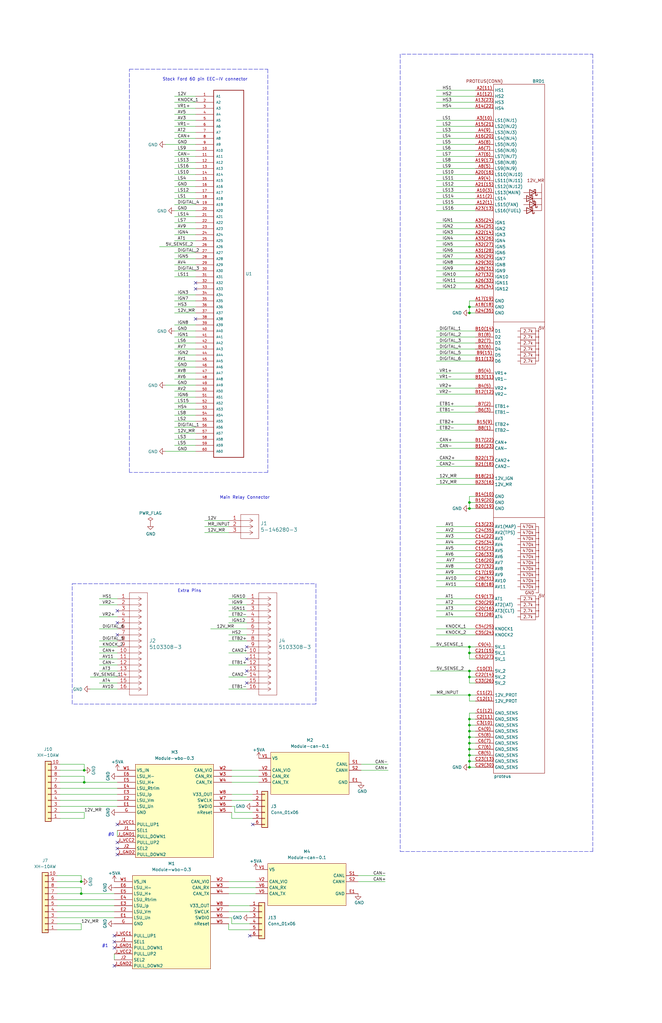
<source format=kicad_sch>
(kicad_sch (version 20211123) (generator eeschema)
  (paper "B" portrait)
  (title_block (title "Breakout_60pin_EEC-IV") (date "2020-06-01") (rev "R0.1") (company "rusEFI.com") (comment 1 "DAECU"))
  (lib_symbols
    (symbol "2021-01-05_17-15-10:5103308-3" (pin_names (offset 0.254) hide)
      (property "Reference" "J" (at 8.89 6.35 0))
      (property "Value" "2021-01-05_17-15-10_5103308-3" (at 10.16 -20.32 0))
      (symbol "5103308-3_1_1"
        (pin bidirectional line (at 0 0 0) (length 5.08) (name "1") (number "1"))
        (pin bidirectional line (at 0 -22.86 0) (length 5.08) (name "10") (number "10"))
        (pin bidirectional line (at 0 -25.4 0) (length 5.08) (name "11") (number "11"))
        (pin bidirectional line (at 0 -27.94 0) (length 5.08) (name "12") (number "12"))
        (pin bidirectional line (at 0 -30.48 0) (length 5.08) (name "13") (number "13"))
        (pin bidirectional line (at 0 -33.02 0) (length 5.08) (name "14") (number "14"))
        (pin bidirectional line (at 0 -35.56 0) (length 5.08) (name "15") (number "15"))
        (pin bidirectional line (at 0 -38.1 0) (length 5.08) (name "16") (number "16"))
        (pin bidirectional line (at 0 -2.54 0) (length 5.08) (name "2") (number "2"))
        (pin bidirectional line (at 0 -5.08 0) (length 5.08) (name "3") (number "3"))
        (pin bidirectional line (at 0 -7.62 0) (length 5.08) (name "4") (number "4"))
        (pin bidirectional line (at 0 -10.16 0) (length 5.08) (name "5") (number "5"))
        (pin bidirectional line (at 0 -12.7 0) (length 5.08) (name "6") (number "6"))
        (pin bidirectional line (at 0 -15.24 0) (length 5.08) (name "7") (number "7"))
        (pin bidirectional line (at 0 -17.78 0) (length 5.08) (name "8") (number "8"))
        (pin bidirectional line (at 0 -20.32 0) (length 5.08) (name "9") (number "9"))
      )
    )
    (symbol "5-146280-3:5-146280-3" (pin_names (offset 0.254) hide)
      (property "Reference" "J" (at 8.89 6.35 0))
      (property "Value" "5-146280-3_5-146280-3" (at 10.16 -2.54 0))
      (symbol "5-146280-3_1_1"
        (pin unspecified line (at 0 0 0) (length 5.08) (name "1") (number "1"))
        (pin unspecified line (at 0 -2.54 0) (length 5.08) (name "2") (number "2"))
        (pin unspecified line (at 0 -5.08 0) (length 5.08) (name "3") (number "3"))
      )
    )
    (symbol "Connector_Generic:Conn_01x06" (pin_names (offset 1.016) hide)
      (property "Reference" "J" (at 0 7.62 0))
      (property "Value" "Conn_01x06" (at 0 -10.16 0))
      (symbol "Conn_01x06_1_1"
        (pin passive line (at -5.08 5.08 0) (length 3.81) (name "Pin_1") (number "1"))
        (pin passive line (at -5.08 2.54 0) (length 3.81) (name "Pin_2") (number "2"))
        (pin passive line (at -5.08 0 0) (length 3.81) (name "Pin_3") (number "3"))
        (pin passive line (at -5.08 -2.54 0) (length 3.81) (name "Pin_4") (number "4"))
        (pin passive line (at -5.08 -5.08 0) (length 3.81) (name "Pin_5") (number "5"))
        (pin passive line (at -5.08 -7.62 0) (length 3.81) (name "Pin_6") (number "6"))
      )
    )
    (symbol "Connector_Generic:Conn_01x10" (pin_names (offset 1.016) hide)
      (property "Reference" "J" (at 0 12.7 0))
      (property "Value" "Conn_01x10" (at 0 -15.24 0))
      (symbol "Conn_01x10_1_1"
        (pin passive line (at -5.08 10.16 0) (length 3.81) (name "Pin_1") (number "1"))
        (pin passive line (at -5.08 -12.7 0) (length 3.81) (name "Pin_10") (number "10"))
        (pin passive line (at -5.08 7.62 0) (length 3.81) (name "Pin_2") (number "2"))
        (pin passive line (at -5.08 5.08 0) (length 3.81) (name "Pin_3") (number "3"))
        (pin passive line (at -5.08 2.54 0) (length 3.81) (name "Pin_4") (number "4"))
        (pin passive line (at -5.08 0 0) (length 3.81) (name "Pin_5") (number "5"))
        (pin passive line (at -5.08 -2.54 0) (length 3.81) (name "Pin_6") (number "6"))
        (pin passive line (at -5.08 -5.08 0) (length 3.81) (name "Pin_7") (number "7"))
        (pin passive line (at -5.08 -7.62 0) (length 3.81) (name "Pin_8") (number "8"))
        (pin passive line (at -5.08 -10.16 0) (length 3.81) (name "Pin_9") (number "9"))
      )
    )
    (symbol "FORD60PIN:FORD60PIN" (pin_names (offset 1.016))
      (property "Reference" "U" (at 7.62 66.294 0))
      (symbol "FORD60PIN_0_0"
        (pin bidirectional line (at 0 63.5 0) (length 7.62) (name "A1") (number "1"))
        (pin bidirectional line (at 0 40.64 0) (length 7.62) (name "A10") (number "10"))
        (pin bidirectional line (at 0 38.1 0) (length 7.62) (name "A11") (number "11"))
        (pin bidirectional line (at 0 35.56 0) (length 7.62) (name "A12") (number "12"))
        (pin bidirectional line (at 0 33.02 0) (length 7.62) (name "A13") (number "13"))
        (pin bidirectional line (at 0 30.48 0) (length 7.62) (name "A14") (number "14"))
        (pin bidirectional line (at 0 27.94 0) (length 7.62) (name "A15") (number "15"))
        (pin bidirectional line (at 0 25.4 0) (length 7.62) (name "A16") (number "16"))
        (pin bidirectional line (at 0 22.86 0) (length 7.62) (name "A17") (number "17"))
        (pin bidirectional line (at 0 20.32 0) (length 7.62) (name "A18") (number "18"))
        (pin bidirectional line (at 0 17.78 0) (length 7.62) (name "A19") (number "19"))
        (pin bidirectional line (at 0 60.96 0) (length 7.62) (name "A2") (number "2"))
        (pin bidirectional line (at 0 15.24 0) (length 7.62) (name "A20") (number "20"))
        (pin bidirectional line (at 0 12.7 0) (length 7.62) (name "A21") (number "21"))
        (pin bidirectional line (at 0 10.16 0) (length 7.62) (name "A22") (number "22"))
        (pin bidirectional line (at 0 7.62 0) (length 7.62) (name "A23") (number "23"))
        (pin bidirectional line (at 0 5.08 0) (length 7.62) (name "A24") (number "24"))
        (pin bidirectional line (at 0 2.54 0) (length 7.62) (name "A25") (number "25"))
        (pin bidirectional line (at 0 0 0) (length 7.62) (name "A26") (number "26"))
        (pin bidirectional line (at 0 -2.54 0) (length 7.62) (name "A27") (number "27"))
        (pin bidirectional line (at 0 -5.08 0) (length 7.62) (name "A28") (number "28"))
        (pin bidirectional line (at 0 -7.62 0) (length 7.62) (name "A29") (number "29"))
        (pin bidirectional line (at 0 58.42 0) (length 7.62) (name "A3") (number "3"))
        (pin bidirectional line (at 0 -10.16 0) (length 7.62) (name "A30") (number "30"))
        (pin bidirectional line (at 0 -12.7 0) (length 7.62) (name "A31") (number "31"))
        (pin bidirectional line (at 0 -15.24 0) (length 7.62) (name "A32") (number "32"))
        (pin bidirectional line (at 0 -17.78 0) (length 7.62) (name "A33") (number "33"))
        (pin bidirectional line (at 0 -20.32 0) (length 7.62) (name "A34") (number "34"))
        (pin bidirectional line (at 0 -22.86 0) (length 7.62) (name "A35") (number "35"))
        (pin bidirectional line (at 0 -25.4 0) (length 7.62) (name "A36") (number "36"))
        (pin bidirectional line (at 0 -27.94 0) (length 7.62) (name "A37") (number "37"))
        (pin bidirectional line (at 0 -30.48 0) (length 7.62) (name "A38") (number "38"))
        (pin bidirectional line (at 0 -33.02 0) (length 7.62) (name "A39") (number "39"))
        (pin bidirectional line (at 0 55.88 0) (length 7.62) (name "A4") (number "4"))
        (pin bidirectional line (at 0 -35.56 0) (length 7.62) (name "A40") (number "40"))
        (pin bidirectional line (at 0 -38.1 0) (length 7.62) (name "A41") (number "41"))
        (pin bidirectional line (at 0 -40.64 0) (length 7.62) (name "A42") (number "42"))
        (pin bidirectional line (at 0 -43.18 0) (length 7.62) (name "A43") (number "43"))
        (pin bidirectional line (at 0 -45.72 0) (length 7.62) (name "A44") (number "44"))
        (pin bidirectional line (at 0 -48.26 0) (length 7.62) (name "A45") (number "45"))
        (pin bidirectional line (at 0 -50.8 0) (length 7.62) (name "A46") (number "46"))
        (pin bidirectional line (at 0 -53.34 0) (length 7.62) (name "A47") (number "47"))
        (pin bidirectional line (at 0 -55.88 0) (length 7.62) (name "A48") (number "48"))
        (pin bidirectional line (at 0 -58.42 0) (length 7.62) (name "A49") (number "49"))
        (pin bidirectional line (at 0 53.34 0) (length 7.62) (name "A5") (number "5"))
        (pin bidirectional line (at 0 -60.96 0) (length 7.62) (name "A50") (number "50"))
        (pin bidirectional line (at 0 -63.5 0) (length 7.62) (name "A51") (number "51"))
        (pin bidirectional line (at 0 -66.04 0) (length 7.62) (name "A52") (number "52"))
        (pin bidirectional line (at 0 -68.58 0) (length 7.62) (name "A53") (number "53"))
        (pin bidirectional line (at 0 -71.12 0) (length 7.62) (name "A54") (number "54"))
        (pin bidirectional line (at 0 -73.66 0) (length 7.62) (name "A55") (number "55"))
        (pin bidirectional line (at 0 -76.2 0) (length 7.62) (name "A56") (number "56"))
        (pin bidirectional line (at 0 -78.74 0) (length 7.62) (name "A57") (number "57"))
        (pin bidirectional line (at 0 -81.28 0) (length 7.62) (name "A58") (number "58"))
        (pin bidirectional line (at 0 -83.82 0) (length 7.62) (name "A59") (number "59"))
        (pin bidirectional line (at 0 50.8 0) (length 7.62) (name "A6") (number "6"))
        (pin bidirectional line (at 0 -86.36 0) (length 7.62) (name "A60") (number "60"))
        (pin bidirectional line (at 0 48.26 0) (length 7.62) (name "A7") (number "7"))
        (pin bidirectional line (at 0 45.72 0) (length 7.62) (name "A8") (number "8"))
        (pin bidirectional line (at 0 43.18 0) (length 7.62) (name "A9") (number "9"))
      )
    )
    (symbol "hellen-one-can-0.1:Module-can-0.1"
      (property "Reference" "M" (at 0 0 0))
      (property "Value" "Module-can-0.1" (at 0 0 0))
      (symbol "Module-can-0.1_1_0"
        (pin passive line (at 38.1 -12.7 180) (length 5.08) (name "GND") (number "E1"))
        (pin passive line (at 38.1 -5.08 180) (length 5.08) (name "CANL") (number "S1"))
        (pin passive line (at 38.1 -7.62 180) (length 5.08) (name "CANH") (number "S2"))
        (pin passive line (at -5.08 -2.54 0) (length 5.08) (name "V5") (number "V1"))
        (pin passive line (at -5.08 -7.62 0) (length 5.08) (name "CAN_VIO") (number "V2"))
        (pin passive line (at -5.08 -12.7 0) (length 5.08) (name "CAN_TX") (number "V5"))
        (pin passive line (at -5.08 -10.16 0) (length 5.08) (name "CAN_RX") (number "V6"))
      )
    )
    (symbol "hellen-one-wbo-0.3:Module-wbo-0.3"
      (property "Reference" "M" (at 1.27 1.27 0))
      (property "Value" "Module-wbo-0.3" (at 8.89 -40.64 0))
      (symbol "Module-wbo-0.3_1_0"
        (pin passive line (at 40.64 -17.78 180) (length 7.62) (name "LSU_Un") (number "E1"))
        (pin passive line (at 40.64 -15.24 180) (length 7.62) (name "LSU_Vm") (number "E2"))
        (pin passive line (at 40.64 -12.7 180) (length 7.62) (name "LSU_Ip") (number "E3"))
        (pin passive line (at 40.64 -10.16 180) (length 7.62) (name "LSU_Rtrim") (number "E4"))
        (pin passive line (at 40.64 -7.62 180) (length 7.62) (name "LSU_H+") (number "E5"))
        (pin passive line (at 40.64 -5.08 180) (length 7.62) (name "LSU_H-") (number "E6"))
        (pin passive line (at 40.64 -20.32 180) (length 7.62) (name "GND") (number "G"))
        (pin passive line (at 40.64 -27.94 180) (length 7.62) (name "SEL1") (number "J1"))
        (pin passive line (at 40.64 -35.56 180) (length 7.62) (name "SEL2") (number "J2"))
        (pin passive line (at 40.64 -30.48 180) (length 7.62) (name "PULL_DOWN1") (number "J_GND1"))
        (pin passive line (at 40.64 -38.1 180) (length 7.62) (name "PULL_DOWN2") (number "J_GND2"))
        (pin passive line (at 40.64 -25.4 180) (length 7.62) (name "PULL_UP1") (number "J_VCC1"))
        (pin passive line (at 40.64 -33.02 180) (length 7.62) (name "PULL_UP2") (number "J_VCC2"))
        (pin passive line (at 40.64 -2.54 180) (length 7.62) (name "V5_IN") (number "W1"))
        (pin passive line (at -7.62 -2.54 0) (length 7.62) (name "CAN_VIO") (number "W2"))
        (pin passive line (at -7.62 -5.08 0) (length 7.62) (name "CAN_RX") (number "W3"))
        (pin passive line (at -7.62 -7.62 0) (length 7.62) (name "CAN_TX") (number "W4"))
        (pin passive line (at -7.62 -20.32 0) (length 7.62) (name "nReset") (number "W5"))
        (pin passive line (at -7.62 -17.78 0) (length 7.62) (name "SWDIO") (number "W6"))
        (pin passive line (at -7.62 -15.24 0) (length 7.62) (name "SWCLK") (number "W7"))
        (pin passive line (at -7.62 -12.7 0) (length 7.62) (name "V33_OUT") (number "W8"))
      )
    )
    (symbol "power:+5VA" (power) (pin_names (offset 0))
      (property "Value" "+5VA" (at 0 3.556 0))
      (symbol "+5VA_1_1"
        (pin power_in line (at 0 0 90) (length 0) hide (name "+5VA") (number "1"))
      )
    )
    (symbol "power:GND" (power) (pin_names (offset 0))
      (property "Value" "GND" (at 0 -3.81 0))
      (symbol "GND_1_1"
        (pin power_in line (at 0 0 270) (length 0) hide (name "GND") (number "1"))
      )
    )
    (symbol "power:PWR_FLAG" (power) (pin_numbers hide) (pin_names (offset 0) hide)
      (property "Value" "PWR_FLAG" (at 0 3.81 0))
      (symbol "PWR_FLAG_0_0"
        (pin power_out line (at 0 0 90) (length 0) (name "pwr") (number "1"))
      )
    )
    (symbol "proteus:proteus"
      (property "Reference" "BRD" (at 19.05 1.27 0))
      (property "Value" "proteus" (at 3.81 -292.1 0))
      (symbol "proteus_0_0"
        (text "12V_MR" (at 17.78 -40.64 0) (effects (font (size 1.27 1.27))))
        (text "2.7k" (at 14.605 -224.79 0) (effects (font (size 1.27 1.27))))
        (text "2.7k" (at 14.605 -222.25 0) (effects (font (size 1.27 1.27))))
        (text "2.7k" (at 14.605 -219.71 0) (effects (font (size 1.27 1.27))))
        (text "2.7k" (at 14.605 -217.17 0) (effects (font (size 1.27 1.27))))
        (text "2.7k" (at 14.605 -116.84 0) (effects (font (size 1.27 1.27))))
        (text "2.7k" (at 14.605 -114.3 0) (effects (font (size 1.27 1.27))))
        (text "2.7k" (at 14.605 -111.76 0) (effects (font (size 1.27 1.27))))
        (text "2.7k" (at 14.605 -109.22 0) (effects (font (size 1.27 1.27))))
        (text "2.7k" (at 14.605 -106.68 0) (effects (font (size 1.27 1.27))))
        (text "2.7k" (at 14.605 -104.14 0) (effects (font (size 1.27 1.27))))
        (text "470k" (at 14.605 -212.09 0) (effects (font (size 1.27 1.27))))
        (text "470k" (at 14.605 -209.55 0) (effects (font (size 1.27 1.27))))
        (text "470k" (at 14.605 -207.01 0) (effects (font (size 1.27 1.27))))
        (text "470k" (at 14.605 -204.47 0) (effects (font (size 1.27 1.27))))
        (text "470k" (at 14.605 -201.93 0) (effects (font (size 1.27 1.27))))
        (text "470k" (at 14.605 -199.39 0) (effects (font (size 1.27 1.27))))
        (text "470k" (at 14.605 -196.85 0) (effects (font (size 1.27 1.27))))
        (text "470k" (at 14.605 -194.31 0) (effects (font (size 1.27 1.27))))
        (text "470k" (at 14.605 -191.77 0) (effects (font (size 1.27 1.27))))
        (text "470k" (at 14.605 -189.23 0) (effects (font (size 1.27 1.27))))
        (text "470k" (at 14.605 -186.69 0) (effects (font (size 1.27 1.27))))
        (text "5V" (at 20.32 -215.9 0) (effects (font (size 1.27 1.27))))
        (text "5V" (at 20.32 -102.87 0) (effects (font (size 1.27 1.27))))
        (text "GND" (at 15.24 -214.63 0) (effects (font (size 1.27 1.27))))
        (text "PROTEUS(CONN)" (at -3.81 1.27 0) (effects (font (size 1.27 1.27))))
      )
      (symbol "proteus_1_0"
        (text " DNP" (at 13.97 -48.26 0) (effects (font (size 0.4 0.4)) (justify left)))
        (text " DNP" (at 15.24 -45.72 0) (effects (font (size 0.4 0.4)) (justify left)))
      )
      (symbol "proteus_1_1"
        (pin passive line (at -7.62 -5.08 0) (length 7.62) (name "HS2") (number "A1(12)"))
        (pin passive line (at -7.62 -45.72 0) (length 7.62) (name "LS13(MAIN)") (number "A10(3)"))
        (pin passive line (at -7.62 -48.26 0) (length 7.62) (name "LS14") (number "A11(2)"))
        (pin passive line (at -7.62 -50.8 0) (length 7.62) (name "LS15(FAN)") (number "A12(1)"))
        (pin passive line (at -7.62 -7.62 0) (length 7.62) (name "HS3") (number "A13(23)"))
        (pin passive line (at -7.62 -10.16 0) (length 7.62) (name "HS4") (number "A14(22)"))
        (pin passive line (at -7.62 -17.78 0) (length 7.62) (name "LS2(INJ2)") (number "A15(21)"))
        (pin passive line (at -7.62 -22.86 0) (length 7.62) (name "LS4(INJ4)") (number "A16(20)"))
        (pin passive line (at -7.62 -91.44 0) (length 7.62) (name "GND") (number "A17(19)"))
        (pin passive line (at -7.62 -93.98 0) (length 7.62) (name "GND") (number "A18(18)"))
        (pin passive line (at -7.62 -33.02 0) (length 7.62) (name "LS8(INJ8)") (number "A19(17)"))
        (pin passive line (at -7.62 -2.54 0) (length 7.62) (name "HS1") (number "A2(11)"))
        (pin passive line (at -7.62 -38.1 0) (length 7.62) (name "LS10(INJ10)") (number "A20(16)"))
        (pin passive line (at -7.62 -43.18 0) (length 7.62) (name "LS12(INJ12)") (number "A21(15)"))
        (pin passive line (at -7.62 -63.5 0) (length 7.62) (name "IGN3") (number "A22(14)"))
        (pin passive line (at -7.62 -53.34 0) (length 7.62) (name "LS16(FUEL)") (number "A23(13)"))
        (pin passive line (at -7.62 -96.52 0) (length 7.62) (name "GND") (number "A24(35)"))
        (pin passive line (at -7.62 -86.36 0) (length 7.62) (name "IGN12") (number "A25(34)"))
        (pin passive line (at -7.62 -83.82 0) (length 7.62) (name "IGN11") (number "A26(33)"))
        (pin passive line (at -7.62 -81.28 0) (length 7.62) (name "IGN10") (number "A27(32)"))
        (pin passive line (at -7.62 -78.74 0) (length 7.62) (name "IGN9") (number "A28(31)"))
        (pin passive line (at -7.62 -76.2 0) (length 7.62) (name "IGN8") (number "A29(30)"))
        (pin passive line (at -7.62 -15.24 0) (length 7.62) (name "LS1(INJ1)") (number "A3(10)"))
        (pin passive line (at -7.62 -73.66 0) (length 7.62) (name "IGN7") (number "A30(29)"))
        (pin passive line (at -7.62 -71.12 0) (length 7.62) (name "IGN6") (number "A31(28)"))
        (pin passive line (at -7.62 -68.58 0) (length 7.62) (name "IGN5") (number "A32(27)"))
        (pin passive line (at -7.62 -66.04 0) (length 7.62) (name "IGN4") (number "A33(26)"))
        (pin passive line (at -7.62 -60.96 0) (length 7.62) (name "IGN2") (number "A34(25)"))
        (pin passive line (at -7.62 -58.42 0) (length 7.62) (name "IGN1") (number "A35(24)"))
        (pin passive line (at -7.62 -20.32 0) (length 7.62) (name "LS3(INJ3)") (number "A4(9)"))
        (pin passive line (at -7.62 -25.4 0) (length 7.62) (name "LS5(INJ5)") (number "A5(8)"))
        (pin passive line (at -7.62 -27.94 0) (length 7.62) (name "LS6(INJ6)") (number "A6(7)"))
        (pin passive line (at -7.62 -30.48 0) (length 7.62) (name "LS7(INJ7)") (number "A7(6)"))
        (pin passive line (at -7.62 -35.56 0) (length 7.62) (name "LS9(INJ9)") (number "A8(5)"))
        (pin passive line (at -7.62 -40.64 0) (length 7.62) (name "LS11(INJ11)") (number "A9(4)"))
        (pin passive line (at -7.62 -106.68 0) (length 7.62) (name "D2") (number "B1(8)"))
        (pin passive line (at -7.62 -104.14 0) (length 7.62) (name "D1") (number "B10(14)"))
        (pin passive line (at -7.62 -116.84 0) (length 7.62) (name "D6") (number "B11(13)"))
        (pin passive line (at -7.62 -130.81 0) (length 7.62) (name "VR2-") (number "B12(12)"))
        (pin passive line (at -7.62 -124.46 0) (length 7.62) (name "VR1-") (number "B13(11)"))
        (pin passive line (at -7.62 -173.99 0) (length 7.62) (name "GND") (number "B14(10)"))
        (pin passive line (at -7.62 -143.51 0) (length 7.62) (name "ETB2+") (number "B15(9)"))
        (pin passive line (at -7.62 -153.67 0) (length 7.62) (name "CAN-") (number "B16(23)"))
        (pin passive line (at -7.62 -151.13 0) (length 7.62) (name "CAN+") (number "B17(22)"))
        (pin passive line (at -7.62 -166.37 0) (length 7.62) (name "12V_IGN") (number "B18(21)"))
        (pin passive line (at -7.62 -176.53 0) (length 7.62) (name "GND") (number "B19(20)"))
        (pin passive line (at -7.62 -109.22 0) (length 7.62) (name "D3") (number "B2(7)"))
        (pin passive line (at -7.62 -179.07 0) (length 7.62) (name "GND") (number "B20(19)"))
        (pin passive line (at -7.62 -161.29 0) (length 7.62) (name "CAN2-") (number "B21(18)"))
        (pin passive line (at -7.62 -158.75 0) (length 7.62) (name "CAN2+") (number "B22(17)"))
        (pin passive line (at -7.62 -168.91 0) (length 7.62) (name "12V_MR") (number "B23(16)"))
        (pin passive line (at -7.62 -111.76 0) (length 7.62) (name "D4") (number "B3(6)"))
        (pin passive line (at -7.62 -128.27 0) (length 7.62) (name "VR2+") (number "B4(5)"))
        (pin passive line (at -7.62 -121.92 0) (length 7.62) (name "VR1+") (number "B5(4)"))
        (pin passive line (at -7.62 -138.43 0) (length 7.62) (name "ETB1-") (number "B6(3)"))
        (pin passive line (at -7.62 -135.89 0) (length 7.62) (name "ETB1+") (number "B7(2)"))
        (pin passive line (at -7.62 -146.05 0) (length 7.62) (name "ETB2-") (number "B8(1)"))
        (pin passive line (at -7.62 -114.3 0) (length 7.62) (name "D5") (number "B9(15)"))
        (pin passive line (at -7.62 -265.43 0) (length 7.62) (name "GND_SENS") (number "C1(12)"))
        (pin passive line (at -7.62 -247.65 0) (length 7.62) (name "5V_2") (number "C10(3)"))
        (pin passive line (at -7.62 -257.81 0) (length 7.62) (name "12V_PROT") (number "C11(2)"))
        (pin passive line (at -7.62 -260.35 0) (length 7.62) (name "12V_PROT") (number "C12(1)"))
        (pin passive line (at -7.62 -186.69 0) (length 7.62) (name "AV1(MAP)") (number "C13(23)"))
        (pin passive line (at -7.62 -191.77 0) (length 7.62) (name "AV3") (number "C14(22)"))
        (pin passive line (at -7.62 -196.85 0) (length 7.62) (name "AV5") (number "C15(21)"))
        (pin passive line (at -7.62 -201.93 0) (length 7.62) (name "AV7") (number "C16(20)"))
        (pin passive line (at -7.62 -207.01 0) (length 7.62) (name "AV9") (number "C17(19)"))
        (pin passive line (at -7.62 -212.09 0) (length 7.62) (name "AV11") (number "C18(18)"))
        (pin passive line (at -7.62 -217.17 0) (length 7.62) (name "AT1") (number "C19(17)"))
        (pin passive line (at -7.62 -267.97 0) (length 7.62) (name "GND_SENS") (number "C2(11)"))
        (pin passive line (at -7.62 -222.25 0) (length 7.62) (name "AT3(CLT)") (number "C20(16)"))
        (pin passive line (at -7.62 -240.03 0) (length 7.62) (name "5V_1") (number "C21(15)"))
        (pin passive line (at -7.62 -250.19 0) (length 7.62) (name "5V_2") (number "C22(14)"))
        (pin passive line (at -7.62 -285.75 0) (length 7.62) (name "GND_SENS") (number "C23(13)"))
        (pin passive line (at -7.62 -189.23 0) (length 7.62) (name "AV2(TPS)") (number "C24(35)"))
        (pin passive line (at -7.62 -194.31 0) (length 7.62) (name "AV4") (number "C25(34)"))
        (pin passive line (at -7.62 -199.39 0) (length 7.62) (name "AV6") (number "C26(33)"))
        (pin passive line (at -7.62 -204.47 0) (length 7.62) (name "AV8") (number "C27(32)"))
        (pin passive line (at -7.62 -209.55 0) (length 7.62) (name "AV10") (number "C28(31)"))
        (pin passive line (at -7.62 -288.29 0) (length 7.62) (name "GND_SENS") (number "C29(30)"))
        (pin passive line (at -7.62 -270.51 0) (length 7.62) (name "GND_SENS") (number "C3(10)"))
        (pin passive line (at -7.62 -219.71 0) (length 7.62) (name "AT2(IAT)") (number "C30(29)"))
        (pin passive line (at -7.62 -224.79 0) (length 7.62) (name "AT4") (number "C31(28)"))
        (pin passive line (at -7.62 -242.57 0) (length 7.62) (name "5V_1") (number "C32(27)"))
        (pin passive line (at -7.62 -252.73 0) (length 7.62) (name "5V_2") (number "C33(26)"))
        (pin passive line (at -7.62 -229.87 0) (length 7.62) (name "KNOCK1") (number "C34(25)"))
        (pin passive line (at -7.62 -232.41 0) (length 7.62) (name "KNOCK2") (number "C35(24)"))
        (pin passive line (at -7.62 -273.05 0) (length 7.62) (name "GND_SENS") (number "C4(9)"))
        (pin passive line (at -7.62 -275.59 0) (length 7.62) (name "GND_SENS") (number "C5(8)"))
        (pin passive line (at -7.62 -278.13 0) (length 7.62) (name "GND_SENS") (number "C6(7)"))
        (pin passive line (at -7.62 -280.67 0) (length 7.62) (name "GND_SENS") (number "C7(6)"))
        (pin passive line (at -7.62 -283.21 0) (length 7.62) (name "GND_SENS") (number "C8(5)"))
        (pin passive line (at -7.62 -237.49 0) (length 7.62) (name "5V_1") (number "C9(4)"))
      )
    )
  )
  (junction (at 198.12 129.54))
  (junction (at 198.12 273.05))
  (junction (at 198.12 323.85))
  (junction (at 198.12 214.63))
  (junction (at 198.12 318.77))
  (junction (at 198.12 132.08))
  (junction (at 198.12 321.31))
  (junction (at 198.12 283.21))
  (junction (at 198.12 275.59))
  (junction (at 198.12 313.69))
  (junction (at 34.29 372.11))
  (junction (at 35.56 325.12))
  (junction (at 198.12 306.07))
  (junction (at 198.12 303.53))
  (junction (at 198.12 212.09))
  (junction (at 35.56 330.2))
  (junction (at 198.12 311.15))
  (junction (at 198.12 308.61))
  (junction (at 198.12 316.23))
  (junction (at 198.12 285.75))
  (junction (at 198.12 293.37))
  (junction (at 34.29 377.19))
  (no_connect (at 48.26 397.51))
  (no_connect (at 105.41 394.97))
  (no_connect (at 49.53 355.6))
  (no_connect (at 49.53 257.81))
  (no_connect (at 82.55 134.62))
  (no_connect (at 49.53 267.97))
  (no_connect (at 104.14 288.29))
  (no_connect (at 48.26 400.05))
  (no_connect (at 104.14 278.13))
  (no_connect (at 104.14 273.05))
  (no_connect (at 104.14 283.21))
  (no_connect (at 49.53 347.98))
  (no_connect (at 106.68 347.98))
  (no_connect (at 48.26 407.67))
  (no_connect (at 82.55 119.38))
  (no_connect (at 49.53 358.14))
  (no_connect (at 49.53 360.68))
  (no_connect (at 82.55 121.92))
  (no_connect (at 48.26 394.97))
  (no_connect (at 49.53 262.89))
  (wire (pts (xy 49.53 280.67) (xy 41.91 280.67)))
  (wire (pts (xy 49.53 265.43) (xy 41.91 265.43)))
  (wire (pts (xy 104.14 270.51) (xy 96.52 270.51)))
  (wire (pts (xy 198.12 303.53) (xy 200.66 303.53)))
  (wire (pts (xy 82.55 175.26) (xy 73.66 175.26)))
  (wire (pts (xy 82.55 154.94) (xy 73.66 154.94)))
  (wire (pts (xy 184.15 121.92) (xy 200.66 121.92)))
  (wire (pts (xy 198.12 212.09) (xy 200.66 212.09)))
  (polyline (pts (xy 250.19 22.86) (xy 250.19 193.04)))
  (wire (pts (xy 184.15 242.57) (xy 200.66 242.57)))
  (wire (pts (xy 24.13 372.11) (xy 34.29 372.11)))
  (wire (pts (xy 97.79 345.44) (xy 106.68 345.44)))
  (wire (pts (xy 25.4 330.2) (xy 35.56 330.2)))
  (wire (pts (xy 184.15 267.97) (xy 200.66 267.97)))
  (wire (pts (xy 82.55 170.18) (xy 73.66 170.18)))
  (wire (pts (xy 198.12 295.91) (xy 200.66 295.91)))
  (wire (pts (xy 82.55 149.86) (xy 73.66 149.86)))
  (wire (pts (xy 184.15 247.65) (xy 200.66 247.65)))
  (wire (pts (xy 82.55 187.96) (xy 73.66 187.96)))
  (wire (pts (xy 184.15 111.76) (xy 200.66 111.76)))
  (wire (pts (xy 24.13 384.81) (xy 48.26 384.81)))
  (wire (pts (xy 198.12 308.61) (xy 198.12 311.15)))
  (wire (pts (xy 198.12 293.37) (xy 198.12 295.91)))
  (wire (pts (xy 41.91 270.51) (xy 49.53 270.51)))
  (wire (pts (xy 184.15 109.22) (xy 200.66 109.22)))
  (wire (pts (xy 97.79 325.12) (xy 109.22 325.12)))
  (wire (pts (xy 184.15 166.37) (xy 200.66 166.37)))
  (wire (pts (xy 184.15 43.18) (xy 200.66 43.18)))
  (wire (pts (xy 96.52 384.81) (xy 105.41 384.81)))
  (wire (pts (xy 184.15 139.7) (xy 200.66 139.7)))
  (wire (pts (xy 82.55 81.28) (xy 73.66 81.28)))
  (wire (pts (xy 198.12 212.09) (xy 198.12 214.63)))
  (wire (pts (xy 184.15 119.38) (xy 200.66 119.38)))
  (wire (pts (xy 24.13 389.89) (xy 34.29 389.89)))
  (wire (pts (xy 198.12 129.54) (xy 198.12 132.08)))
  (wire (pts (xy 82.55 144.78) (xy 73.66 144.78)))
  (wire (pts (xy 184.15 40.64) (xy 200.66 40.64)))
  (wire (pts (xy 184.15 86.36) (xy 200.66 86.36)))
  (wire (pts (xy 184.15 66.04) (xy 200.66 66.04)))
  (wire (pts (xy 184.15 50.8) (xy 200.66 50.8)))
  (wire (pts (xy 69.85 60.96) (xy 82.55 60.96)))
  (wire (pts (xy 35.56 342.9) (xy 35.56 345.44)))
  (wire (pts (xy 198.12 313.69) (xy 198.12 316.23)))
  (wire (pts (xy 97.79 389.89) (xy 105.41 389.89)))
  (wire (pts (xy 104.14 290.83) (xy 96.52 290.83)))
  (wire (pts (xy 184.15 245.11) (xy 200.66 245.11)))
  (wire (pts (xy 184.15 144.78) (xy 200.66 144.78)))
  (wire (pts (xy 184.15 96.52) (xy 200.66 96.52)))
  (wire (pts (xy 69.85 190.5) (xy 82.55 190.5)))
  (wire (pts (xy 198.12 275.59) (xy 200.66 275.59)))
  (wire (pts (xy 198.12 318.77) (xy 200.66 318.77)))
  (wire (pts (xy 82.55 106.68) (xy 73.66 106.68)))
  (wire (pts (xy 184.15 204.47) (xy 200.66 204.47)))
  (wire (pts (xy 69.85 162.56) (xy 82.55 162.56)))
  (wire (pts (xy 184.15 142.24) (xy 200.66 142.24)))
  (wire (pts (xy 82.55 152.4) (xy 73.66 152.4)))
  (wire (pts (xy 82.55 83.82) (xy 73.66 83.82)))
  (wire (pts (xy 104.14 255.27) (xy 96.52 255.27)))
  (wire (pts (xy 49.53 283.21) (xy 41.91 283.21)))
  (wire (pts (xy 25.4 345.44) (xy 35.56 345.44)))
  (wire (pts (xy 24.13 382.27) (xy 48.26 382.27)))
  (polyline (pts (xy 168.91 22.86) (xy 168.91 359.41)))
  (wire (pts (xy 49.53 273.05) (xy 41.91 273.05)))
  (wire (pts (xy 82.55 55.88) (xy 73.66 55.88)))
  (wire (pts (xy 184.15 81.28) (xy 200.66 81.28)))
  (wire (pts (xy 184.15 60.96) (xy 200.66 60.96)))
  (wire (pts (xy 198.12 293.37) (xy 200.66 293.37)))
  (wire (pts (xy 198.12 311.15) (xy 198.12 313.69)))
  (wire (pts (xy 184.15 232.41) (xy 200.66 232.41)))
  (wire (pts (xy 82.55 114.3) (xy 73.66 114.3)))
  (wire (pts (xy 198.12 323.85) (xy 200.66 323.85)))
  (wire (pts (xy 184.15 152.4) (xy 200.66 152.4)))
  (wire (pts (xy 82.55 48.26) (xy 73.66 48.26)))
  (wire (pts (xy 82.55 165.1) (xy 73.66 165.1)))
  (wire (pts (xy 24.13 379.73) (xy 48.26 379.73)))
  (wire (pts (xy 82.55 157.48) (xy 73.66 157.48)))
  (wire (pts (xy 82.55 50.8) (xy 73.66 50.8)))
  (wire (pts (xy 82.55 93.98) (xy 73.66 93.98)))
  (wire (pts (xy 184.15 157.48) (xy 200.66 157.48)))
  (wire (pts (xy 184.15 171.45) (xy 200.66 171.45)))
  (wire (pts (xy 104.14 285.75) (xy 96.52 285.75)))
  (wire (pts (xy 184.15 68.58) (xy 200.66 68.58)))
  (wire (pts (xy 184.15 260.35) (xy 200.66 260.35)))
  (wire (pts (xy 24.13 392.43) (xy 34.29 392.43)))
  (wire (pts (xy 82.55 73.66) (xy 73.66 73.66)))
  (wire (pts (xy 82.55 172.72) (xy 73.66 172.72)))
  (wire (pts (xy 25.4 332.74) (xy 49.53 332.74)))
  (wire (pts (xy 96.52 224.79) (xy 86.36 224.79)))
  (wire (pts (xy 97.79 337.82) (xy 106.68 337.82)))
  (wire (pts (xy 67.31 104.14) (xy 82.55 104.14)))
  (wire (pts (xy 82.55 160.02) (xy 73.66 160.02)))
  (wire (pts (xy 184.15 255.27) (xy 200.66 255.27)))
  (wire (pts (xy 82.55 99.06) (xy 73.66 99.06)))
  (wire (pts (xy 82.55 139.7) (xy 73.66 139.7)))
  (wire (pts (xy 49.53 260.35) (xy 41.91 260.35)))
  (wire (pts (xy 35.56 322.58) (xy 35.56 325.12)))
  (wire (pts (xy 184.15 88.9) (xy 200.66 88.9)))
  (wire (pts (xy 184.15 229.87) (xy 200.66 229.87)))
  (wire (pts (xy 198.12 313.69) (xy 200.66 313.69)))
  (wire (pts (xy 184.15 63.5) (xy 200.66 63.5)))
  (wire (pts (xy 82.55 180.34) (xy 73.66 180.34)))
  (wire (pts (xy 82.55 40.64) (xy 73.66 40.64)))
  (wire (pts (xy 198.12 316.23) (xy 200.66 316.23)))
  (wire (pts (xy 198.12 283.21) (xy 198.12 285.75)))
  (wire (pts (xy 198.12 316.23) (xy 198.12 318.77)))
  (wire (pts (xy 104.14 260.35) (xy 96.52 260.35)))
  (polyline (pts (xy 250.19 359.41) (xy 250.19 193.04)))
  (wire (pts (xy 82.55 88.9) (xy 73.66 88.9)))
  (wire (pts (xy 48.26 402.59) (xy 48.26 405.13)))
  (wire (pts (xy 82.55 185.42) (xy 73.66 185.42)))
  (wire (pts (xy 152.4 325.12) (xy 163.83 325.12)))
  (wire (pts (xy 38.1 290.83) (xy 49.53 290.83)))
  (wire (pts (xy 198.12 318.77) (xy 198.12 321.31)))
  (wire (pts (xy 96.52 372.11) (xy 107.95 372.11)))
  (polyline (pts (xy 54.61 29.21) (xy 113.03 29.21)))
  (wire (pts (xy 97.79 330.2) (xy 109.22 330.2)))
  (wire (pts (xy 96.52 377.19) (xy 107.95 377.19)))
  (wire (pts (xy 184.15 73.66) (xy 200.66 73.66)))
  (wire (pts (xy 82.55 142.24) (xy 73.66 142.24)))
  (polyline (pts (xy 191.77 22.86) (xy 250.19 22.86)))
  (wire (pts (xy 82.55 137.16) (xy 73.66 137.16)))
  (wire (pts (xy 184.15 45.72) (xy 200.66 45.72)))
  (wire (pts (xy 82.55 91.44) (xy 73.66 91.44)))
  (wire (pts (xy 184.15 99.06) (xy 200.66 99.06)))
  (wire (pts (xy 184.15 106.68) (xy 200.66 106.68)))
  (wire (pts (xy 97.79 340.36) (xy 99.06 340.36)))
  (wire (pts (xy 181.61 273.05) (xy 198.12 273.05)))
  (polyline (pts (xy 30.48 246.38) (xy 133.35 246.38)))
  (wire (pts (xy 184.15 257.81) (xy 200.66 257.81)))
  (wire (pts (xy 97.79 342.9) (xy 97.79 345.44)))
  (wire (pts (xy 152.4 322.58) (xy 163.83 322.58)))
  (wire (pts (xy 96.52 387.35) (xy 97.79 387.35)))
  (wire (pts (xy 198.12 209.55) (xy 200.66 209.55)))
  (polyline (pts (xy 133.35 246.38) (xy 133.35 297.18)))
  (wire (pts (xy 198.12 321.31) (xy 198.12 323.85)))
  (wire (pts (xy 82.55 76.2) (xy 73.66 76.2)))
  (wire (pts (xy 24.13 387.35) (xy 48.26 387.35)))
  (wire (pts (xy 82.55 116.84) (xy 73.66 116.84)))
  (wire (pts (xy 184.15 116.84) (xy 200.66 116.84)))
  (wire (pts (xy 198.12 303.53) (xy 198.12 306.07)))
  (wire (pts (xy 184.15 189.23) (xy 200.66 189.23)))
  (wire (pts (xy 198.12 278.13) (xy 200.66 278.13)))
  (polyline (pts (xy 54.61 199.39) (xy 54.61 29.21)))
  (wire (pts (xy 198.12 308.61) (xy 200.66 308.61)))
  (wire (pts (xy 181.61 283.21) (xy 198.12 283.21)))
  (wire (pts (xy 82.55 182.88) (xy 73.66 182.88)))
  (wire (pts (xy 184.15 179.07) (xy 200.66 179.07)))
  (wire (pts (xy 184.15 240.03) (xy 200.66 240.03)))
  (wire (pts (xy 184.15 222.25) (xy 200.66 222.25)))
  (wire (pts (xy 49.53 278.13) (xy 41.91 278.13)))
  (wire (pts (xy 184.15 173.99) (xy 200.66 173.99)))
  (wire (pts (xy 184.15 181.61) (xy 200.66 181.61)))
  (wire (pts (xy 184.15 76.2) (xy 200.66 76.2)))
  (wire (pts (xy 82.55 53.34) (xy 73.66 53.34)))
  (wire (pts (xy 82.55 45.72) (xy 73.66 45.72)))
  (wire (pts (xy 198.12 273.05) (xy 198.12 275.59)))
  (polyline (pts (xy 113.03 199.39) (xy 54.61 199.39)))
  (wire (pts (xy 96.52 389.89) (xy 96.52 392.43)))
  (polyline (pts (xy 113.03 29.21) (xy 113.03 199.39)))
  (wire (pts (xy 184.15 160.02) (xy 200.66 160.02)))
  (wire (pts (xy 198.12 285.75) (xy 198.12 288.29)))
  (wire (pts (xy 184.15 227.33) (xy 200.66 227.33)))
  (wire (pts (xy 104.14 275.59) (xy 96.52 275.59)))
  (wire (pts (xy 82.55 147.32) (xy 73.66 147.32)))
  (wire (pts (xy 88.9 265.43) (xy 104.14 265.43)))
  (wire (pts (xy 82.55 132.08) (xy 73.66 132.08)))
  (wire (pts (xy 198.12 127) (xy 200.66 127)))
  (wire (pts (xy 104.14 280.67) (xy 96.52 280.67)))
  (wire (pts (xy 198.12 306.07) (xy 200.66 306.07)))
  (wire (pts (xy 184.15 101.6) (xy 200.66 101.6)))
  (polyline (pts (xy 133.35 297.18) (xy 30.48 297.18)))
  (wire (pts (xy 184.15 237.49) (xy 200.66 237.49)))
  (wire (pts (xy 24.13 369.57) (xy 34.29 369.57)))
  (polyline (pts (xy 191.77 22.86) (xy 168.91 22.86)))
  (wire (pts (xy 96.52 374.65) (xy 107.95 374.65)))
  (wire (pts (xy 82.55 86.36) (xy 73.66 86.36)))
  (wire (pts (xy 198.12 214.63) (xy 200.66 214.63)))
  (wire (pts (xy 25.4 342.9) (xy 35.56 342.9)))
  (wire (pts (xy 198.12 275.59) (xy 198.12 278.13)))
  (wire (pts (xy 34.29 374.65) (xy 34.29 377.19)))
  (wire (pts (xy 198.12 209.55) (xy 198.12 212.09)))
  (wire (pts (xy 184.15 114.3) (xy 200.66 114.3)))
  (wire (pts (xy 82.55 43.18) (xy 73.66 43.18)))
  (wire (pts (xy 198.12 273.05) (xy 200.66 273.05)))
  (wire (pts (xy 184.15 58.42) (xy 200.66 58.42)))
  (wire (pts (xy 49.53 275.59) (xy 41.91 275.59)))
  (wire (pts (xy 82.55 58.42) (xy 73.66 58.42)))
  (wire (pts (xy 184.15 265.43) (xy 200.66 265.43)))
  (wire (pts (xy 198.12 311.15) (xy 200.66 311.15)))
  (wire (pts (xy 104.14 257.81) (xy 96.52 257.81)))
  (wire (pts (xy 198.12 283.21) (xy 200.66 283.21)))
  (polyline (pts (xy 30.48 297.18) (xy 30.48 246.38)))
  (wire (pts (xy 96.52 222.25) (xy 86.36 222.25)))
  (wire (pts (xy 198.12 321.31) (xy 200.66 321.31)))
  (wire (pts (xy 198.12 285.75) (xy 200.66 285.75)))
  (wire (pts (xy 82.55 96.52) (xy 73.66 96.52)))
  (wire (pts (xy 184.15 53.34) (xy 200.66 53.34)))
  (wire (pts (xy 82.55 111.76) (xy 73.66 111.76)))
  (wire (pts (xy 151.13 372.11) (xy 162.56 372.11)))
  (wire (pts (xy 25.4 325.12) (xy 35.56 325.12)))
  (wire (pts (xy 184.15 38.1) (xy 200.66 38.1)))
  (wire (pts (xy 35.56 327.66) (xy 35.56 330.2)))
  (wire (pts (xy 25.4 337.82) (xy 49.53 337.82)))
  (wire (pts (xy 184.15 234.95) (xy 200.66 234.95)))
  (wire (pts (xy 104.14 267.97) (xy 96.52 267.97)))
  (wire (pts (xy 82.55 177.8) (xy 73.66 177.8)))
  (wire (pts (xy 96.52 382.27) (xy 105.41 382.27)))
  (wire (pts (xy 82.55 129.54) (xy 73.66 129.54)))
  (wire (pts (xy 184.15 147.32) (xy 200.66 147.32)))
  (wire (pts (xy 151.13 369.57) (xy 162.56 369.57)))
  (wire (pts (xy 49.53 350.52) (xy 49.53 353.06)))
  (wire (pts (xy 184.15 78.74) (xy 200.66 78.74)))
  (wire (pts (xy 25.4 340.36) (xy 49.53 340.36)))
  (wire (pts (xy 49.53 288.29) (xy 41.91 288.29)))
  (wire (pts (xy 97.79 387.35) (xy 97.79 389.89)))
  (wire (pts (xy 198.12 288.29) (xy 200.66 288.29)))
  (wire (pts (xy 198.12 300.99) (xy 198.12 303.53)))
  (wire (pts (xy 82.55 101.6) (xy 73.66 101.6)))
  (wire (pts (xy 82.55 167.64) (xy 73.66 167.64)))
  (wire (pts (xy 104.14 262.89) (xy 96.52 262.89)))
  (wire (pts (xy 82.55 109.22) (xy 73.66 109.22)))
  (wire (pts (xy 198.12 306.07) (xy 198.12 308.61)))
  (wire (pts (xy 184.15 83.82) (xy 200.66 83.82)))
  (wire (pts (xy 184.15 71.12) (xy 200.66 71.12)))
  (wire (pts (xy 184.15 196.85) (xy 200.66 196.85)))
  (wire (pts (xy 25.4 327.66) (xy 35.56 327.66)))
  (wire (pts (xy 34.29 389.89) (xy 34.29 392.43)))
  (wire (pts (xy 198.12 127) (xy 198.12 129.54)))
  (wire (pts (xy 34.29 377.19) (xy 48.26 377.19)))
  (wire (pts (xy 184.15 163.83) (xy 200.66 163.83)))
  (wire (pts (xy 99.06 342.9) (xy 106.68 342.9)))
  (wire (pts (xy 184.15 201.93) (xy 200.66 201.93)))
  (wire (pts (xy 181.61 293.37) (xy 198.12 293.37)))
  (wire (pts (xy 82.55 66.04) (xy 73.66 66.04)))
  (wire (pts (xy 96.52 219.71) (xy 86.36 219.71)))
  (wire (pts (xy 198.12 129.54) (xy 200.66 129.54)))
  (wire (pts (xy 104.14 252.73) (xy 96.52 252.73)))
  (wire (pts (xy 82.55 124.46) (xy 73.66 124.46)))
  (wire (pts (xy 82.55 127) (xy 73.66 127)))
  (wire (pts (xy 25.4 335.28) (xy 49.53 335.28)))
  (wire (pts (xy 184.15 104.14) (xy 200.66 104.14)))
  (wire (pts (xy 49.53 255.27) (xy 41.91 255.27)))
  (wire (pts (xy 99.06 340.36) (xy 99.06 342.9)))
  (wire (pts (xy 25.4 322.58) (xy 35.56 322.58)))
  (wire (pts (xy 49.53 252.73) (xy 41.91 252.73)))
  (wire (pts (xy 49.53 285.75) (xy 38.1 285.75)))
  (polyline (pts (xy 168.91 359.41) (xy 250.19 359.41)))
  (wire (pts (xy 184.15 186.69) (xy 200.66 186.69)))
  (wire (pts (xy 96.52 392.43) (xy 105.41 392.43)))
  (wire (pts (xy 198.12 132.08) (xy 200.66 132.08)))
  (wire (pts (xy 24.13 374.65) (xy 34.29 374.65)))
  (wire (pts (xy 184.15 224.79) (xy 200.66 224.79)))
  (wire (pts (xy 184.15 252.73) (xy 200.66 252.73)))
  (wire (pts (xy 184.15 194.31) (xy 200.66 194.31)))
  (wire (pts (xy 34.29 369.57) (xy 34.29 372.11)))
  (wire (pts (xy 97.79 327.66) (xy 109.22 327.66)))
  (wire (pts (xy 82.55 71.12) (xy 73.66 71.12)))
  (wire (pts (xy 184.15 55.88) (xy 200.66 55.88)))
  (wire (pts (xy 184.15 93.98) (xy 200.66 93.98)))
  (wire (pts (xy 184.15 149.86) (xy 200.66 149.86)))
  (wire (pts (xy 24.13 377.19) (xy 34.29 377.19)))
  (wire (pts (xy 198.12 300.99) (xy 200.66 300.99)))
  (wire (pts (xy 82.55 68.58) (xy 73.66 68.58)))
  (wire (pts (xy 97.79 335.28) (xy 106.68 335.28)))
  (wire (pts (xy 82.55 78.74) (xy 73.66 78.74)))
  (wire (pts (xy 82.55 63.5) (xy 73.66 63.5)))
  (wire (pts (xy 35.56 330.2) (xy 49.53 330.2)))
  (text "Stock Ford 60 pin EEC-IV connector" (at 68.58 34.29 0) (effects (font (size 1.27 1.27)) (justify left bottom)))
  (text "Extra Pins" (at 74.93 250.19 0) (effects (font (size 1.27 1.27)) (justify left bottom)))
  (text "Main Relay Connector" (at 92.71 210.82 0) (effects (font (size 1.27 1.27)) (justify left bottom)))
  (text "#1" (at 45.72 400.05 180) (effects (font (size 1.27 1.27)) (justify right bottom)))
  (text "#0" (at 48.26 353.06 180) (effects (font (size 1.27 1.27)) (justify right bottom)))
  (label "AV9" (at 187.96 242.57 0))
  (label "LS16" (at 186.69 88.9 0))
  (label "IGN1" (at 74.93 142.24 0))
  (label "12V_MR" (at 74.93 182.88 0))
  (label "LS12" (at 186.69 78.74 0))
  (label "IGN12" (at 186.69 121.92 0))
  (label "KNOCK_1" (at 187.96 265.43 0))
  (label "AT2" (at 74.93 55.88 0))
  (label "VR1-" (at 74.93 53.34 0))
  (label "HS3" (at 74.93 129.54 0))
  (label "5V_SENSE_2" (at 69.85 104.14 0))
  (label "LS2" (at 186.69 53.34 0))
  (label "DIGITAL_3" (at 74.93 114.3 0))
  (label "LS15" (at 186.69 86.36 0))
  (label "GND" (at 74.93 78.74 0))
  (label "LS2" (at 74.93 177.8 0))
  (label "IGN2" (at 186.69 96.52 0))
  (label "IGN10" (at 97.79 252.73 0))
  (label "IGN8" (at 74.93 137.16 0))
  (label "AV11" (at 187.96 247.65 0))
  (label "LS3" (at 186.69 55.88 0))
  (label "12V_MR" (at 34.29 389.89 0))
  (label "CAN2+" (at 97.79 275.59 0))
  (label "IGN4" (at 186.69 101.6 0))
  (label "AV6" (at 187.96 234.95 0))
  (label "HS4" (at 74.93 172.72 0))
  (label "KNOCK_1" (at 74.93 43.18 0))
  (label "LS15" (at 74.93 170.18 0))
  (label "GND" (at 74.93 88.9 0))
  (label "LS16" (at 74.93 71.12 0))
  (label "5V_SENSE_1" (at 184.0145 273.05 0))
  (label "GND" (at 74.93 190.5 0))
  (label "HS2" (at 186.69 40.64 0))
  (label "LS14" (at 74.93 91.44 0))
  (label "DIGITAL_2" (at 185.42 142.24 0))
  (label "ETB1+" (at 185.42 171.45 0))
  (label "CAN+" (at 43.18 275.59 0))
  (label "KNOCK_2" (at 187.96 267.97 0))
  (label "DIGITAL_2" (at 74.93 106.68 0))
  (label "AV10" (at 43.18 290.83 0))
  (label "AV7" (at 188.353 237.49 0))
  (label "HS1" (at 186.69 38.1 0))
  (label "AV6" (at 74.93 160.02 0))
  (label "AV2" (at 187.96 224.79 0))
  (label "IGN5" (at 74.93 109.22 0))
  (label "CAN-" (at 158.2748 322.58 0))
  (label "IGN9" (at 97.79 255.27 0))
  (label "IGN12" (at 97.79 262.89 0))
  (label "CAN2+" (at 185.42 194.31 0))
  (label "VR2+" (at 43.18 260.35 0))
  (label "AT2" (at 187.96 255.27 0))
  (label "12V" (at 74.93 40.64 0))
  (label "VR2+" (at 185.42 163.83 0))
  (label "LS4" (at 74.93 76.2 0))
  (label "CAN+" (at 158.2748 325.12 0))
  (label "AV7" (at 74.93 147.32 0))
  (label "IGN11" (at 186.69 119.38 0))
  (label "AT3" (at 43.18 283.21 0))
  (label "VR1+" (at 185.42 157.48 0))
  (label "GND" (at 74.93 139.7 0))
  (label "GND" (at 74.93 154.94 0))
  (label "LS8" (at 74.93 175.26 0))
  (label "AV5" (at 74.93 48.26 0))
  (label "ETB1+" (at 97.79 280.67 0))
  (label "DIGITAL_6" (at 185.42 152.4 0))
  (label "IGN7" (at 186.69 109.22 0))
  (label "AV10" (at 187.96 245.11 0))
  (label "AT1" (at 74.93 101.6 0))
  (label "CAN-" (at 43.18 280.67 0))
  (label "HS3" (at 186.69 43.18 0))
  (label "CAN+" (at 157.48 372.11 0))
  (label "ETB1-" (at 185.42 173.99 0))
  (label "AV4" (at 74.93 111.76 0))
  (label "AV3" (at 74.93 50.8 0))
  (label "IGN1" (at 186.69 93.98 0))
  (label "MR_INPUT" (at 87.63 222.25 0))
  (label "DIGITAL_6" (at 43.18 265.43 0))
  (label "HS2" (at 97.79 267.97 0))
  (label "CAN2-" (at 97.79 285.75 0))
  (label "12V_MR" (at 74.93 132.08 0))
  (label "LS7" (at 186.69 66.04 0))
  (label "LS7" (at 74.93 93.98 0))
  (label "LS11" (at 186.69 76.2 0))
  (label "12V_MR" (at 87.63 224.79 0))
  (label "CAN-" (at 157.48 369.57 0))
  (label "AT4" (at 43.18 288.29 0))
  (label "DIGITAL_4" (at 74.93 86.36 0))
  (label "AV8" (at 187.96 240.03 0))
  (label "12V" (at 87.63 219.71 0))
  (label "IGN2" (at 74.93 149.86 0))
  (label "LS13" (at 74.93 68.58 0))
  (label "LS1" (at 74.93 83.82 0))
  (label "HS4" (at 186.69 45.72 0))
  (label "DIGITAL_3" (at 185.42 144.78 0))
  (label "12V_MR" (at 91.44 265.43 0))
  (label "KNOCK_2" (at 43.18 273.05 0))
  (label "12V_MR" (at 35.56 342.9 0))
  (label "LS14" (at 186.69 83.82 0))
  (label "LS10" (at 186.69 73.66 0))
  (label "LS5" (at 74.93 187.96 0))
  (label "IGN7" (at 74.93 127 0))
  (label "VR2-" (at 185.42 166.37 0))
  (label "IGN9" (at 186.69 114.3 0))
  (label "5V_SENSE_1" (at 39.37 285.75 0))
  (label "ETB2-" (at 97.79 260.35 0))
  (label "CAN+" (at 74.93 58.42 0))
  (label "IGN3" (at 74.93 124.46 0))
  (label "AV1" (at 187.96 222.25 0))
  (label "DIGITAL_4" (at 185.42 147.32 0))
  (label "LS12" (at 74.93 81.28 0))
  (label "LS13" (at 186.69 81.28 0))
  (label "AV9" (at 74.93 96.52 0))
  (label "IGN4" (at 74.93 99.06 0))
  (label "GND" (at 74.93 162.56 0))
  (label "LS9" (at 186.69 71.12 0))
  (label "LS9" (at 74.93 63.5 0))
  (label "12V_MR" (at 185.42 201.93 0))
  (label "IGN5" (at 186.69 104.14 0))
  (label "AT3" (at 187.96 257.81 0))
  (label "LS11" (at 74.93 116.84 0))
  (label "AV11" (at 43.18 278.13 0))
  (label "LS4" (at 186.69 58.42 0))
  (label "DIGITAL_5" (at 185.42 149.86 0))
  (label "LS5" (at 186.69 60.96 0))
  (label "LS8" (at 186.69 68.58 0))
  (label "AT1" (at 187.96 252.73 0))
  (label "AT4" (at 187.96 260.35 0))
  (label "LS10" (at 74.93 73.66 0))
  (label "GND" (at 74.93 60.96 0))
  (label "ETB2-" (at 185.42 181.61 0))
  (label "DIGITAL_5" (at 43.18 270.51 0))
  (label "AV5" (at 187.96 232.41 0))
  (label "AV3" (at 187.96 227.33 0))
  (label "AV1" (at 74.93 152.4 0))
  (label "ETB2+" (at 97.79 270.51 0))
  (label "VR2-" (at 43.18 255.27 0))
  (label "IGN3" (at 186.69 99.06 0))
  (label "MR_INPUT" (at 184.15 293.37 0))
  (label "DIGITAL_1" (at 74.93 180.34 0))
  (label "HS1" (at 43.18 252.73 0))
  (label "IGN11" (at 97.79 257.81 0))
  (label "AV8" (at 74.93 157.48 0))
  (label "CAN2-" (at 185.42 196.85 0))
  (label "ETB2+" (at 185.42 179.07 0))
  (label "IGN6" (at 74.93 167.64 0))
  (label "IGN10" (at 186.69 116.84 0))
  (label "ETB1-" (at 97.79 290.83 0))
  (label "LS6" (at 186.69 63.5 0))
  (label "DIGITAL_1" (at 185.42 139.7 0))
  (label "VR1-" (at 185.42 160.02 0))
  (label "CAN-" (at 185.42 189.23 0))
  (label "LS6" (at 74.93 144.78 0))
  (label "IGN6" (at 186.69 106.68 0))
  (label "VR1+" (at 74.93 45.72 0))
  (label "AV2" (at 74.93 165.1 0))
  (label "IGN8" (at 186.69 111.76 0))
  (label "CAN+" (at 185.42 186.69 0))
  (label "12V_MR" (at 185.42 204.47 0))
  (label "LS3" (at 74.93 185.42 0))
  (label "AV4" (at 187.96 229.87 0))
  (label "LS1" (at 186.69 50.8 0))
  (label "CAN-" (at 74.93 66.04 0))
  (label "5V_SENSE_2" (at 184.15 283.21 0))
  (symbol (lib_id "FORD60PIN:FORD60PIN") (at 82.55 104.14 0) (unit 1)
    (property "Reference" "U1" (at 103.632 115.57 0) (effects (justify left)))
    (property "Value" "FORD60PIN" (effects hide))
    (property "Footprint" "FORD60PIN:FORD60PIN" (effects hide))
  )
  (symbol (lib_id "2021-01-05_17-15-10:5103308-3") (at 104.14 252.73 0) (unit 1)
    (property "Reference" "J4" (at 117.5512 270.4338 0) (effects (font (size 1.524 1.524)) (justify left)))
    (property "Value" "5103308-3" (at 117.5512 273.1262 0) (effects (font (size 1.524 1.524)) (justify left)))
    (property "Footprint" "51033083:5103308-3" (effects hide))
  )
  (symbol (lib_id "2021-01-05_17-15-10:5103308-3") (at 49.53 252.73 0) (unit 1)
    (property "Reference" "J2" (at 62.9412 270.4338 0) (effects (font (size 1.524 1.524)) (justify left)))
    (property "Value" "5103308-3" (at 62.9412 273.1262 0) (effects (font (size 1.524 1.524)) (justify left)))
    (property "Footprint" "51033083:5103308-3" (effects hide))
  )
  (symbol (lib_id "power:GND") (at 38.1 290.83 270) (unit 1)
    (property "Reference" "#PWR0102" (effects hide))
    (property "Value" "GND" (at 34.8488 290.957 90) (effects (justify right)))
  )
  (symbol (lib_id "5-146280-3:5-146280-3") (at 96.52 219.71 0) (unit 1)
    (property "Reference" "J1" (at 109.9312 220.9038 0) (effects (font (size 1.524 1.524)) (justify left)))
    (property "Value" "5-146280-3" (at 109.9312 223.5962 0) (effects (font (size 1.524 1.524)) (justify left)))
    (property "Footprint" "5-146280-3:5-146280-3" (effects hide))
  )
  (symbol (lib_id "power:GND") (at 69.85 60.96 270) (unit 1)
    (property "Reference" "#PWR0105" (effects hide))
    (property "Value" "GND" (at 66.5988 61.087 90) (effects (justify right)))
  )
  (symbol (lib_id "power:GND") (at 73.66 88.9 270) (unit 1)
    (property "Reference" "#PWR0106" (effects hide))
    (property "Value" "GND" (at 70.4088 89.027 90) (effects (justify right)))
  )
  (symbol (lib_id "power:GND") (at 69.85 162.56 270) (unit 1)
    (property "Reference" "#PWR0107" (effects hide))
    (property "Value" "GND" (at 66.5988 162.687 90) (effects (justify right)))
  )
  (symbol (lib_id "power:GND") (at 69.85 190.5 270) (unit 1)
    (property "Reference" "#PWR0108" (effects hide))
    (property "Value" "GND" (at 66.5988 190.627 90) (effects (justify right)))
  )
  (symbol (lib_id "power:GND") (at 73.66 139.7 270) (unit 1)
    (property "Reference" "#PWR0114" (effects hide))
    (property "Value" "GND" (at 70.4088 139.827 90) (effects (justify right)))
  )
  (symbol (lib_id "power:PWR_FLAG") (at 63.5 220.98 0) (unit 1)
    (property "Reference" "#FLG0101" (effects hide))
    (property "Value" "PWR_FLAG" (at 63.5 216.5858 0))
  )
  (symbol (lib_id "power:GND") (at 63.5 220.98 0) (unit 1)
    (property "Reference" "#PWR0115" (effects hide))
    (property "Value" "GND" (at 63.627 225.3742 0))
  )
  (symbol (lib_id "power:GND") (at 198.12 132.08 270) (unit 1)
    (property "Reference" "#PWR0104" (effects hide))
    (property "Value" "GND" (at 194.945 132.08 90) (effects (justify right)))
  )
  (symbol (lib_id "hellen-one-can-0.1:Module-can-0.1") (at 114.3 317.5 0) (unit 1)
    (property "Reference" "M2" (at 130.81 312.42 0))
    (property "Value" "Module-can-0.1" (at 130.81 314.96 0))
    (property "Footprint" "hellen-one-can-0.1:can" (effects hide))
  )
  (symbol (lib_id "Connector_Generic:Conn_01x06") (at 111.76 340.36 0) (unit 1)
    (property "Reference" "J3" (at 114.3 340.3599 0) (effects (justify left)))
    (property "Value" "Conn_01x06" (at 114.3 342.8999 0) (effects (justify left)))
    (property "Footprint" "Connector_PinHeader_2.54mm:PinHeader_1x06_P2.54mm_Vertical" (effects hide))
  )
  (symbol (lib_id "hellen-one-wbo-0.3:Module-wbo-0.3") (at 90.17 322.58 0) (mirror y) (unit 1)
    (property "Reference" "M3" (at 73.66 317.5 0))
    (property "Value" "Module-wbo-0.3" (at 73.66 320.04 0))
    (property "Footprint" "hellen-one-wbo-0.3:wbo" (effects hide))
  )
  (symbol (lib_id "Connector_Generic:Conn_01x10") (at 20.32 335.28 180) (unit 1)
    (property "Reference" "J10" (at 20.32 316.23 0))
    (property "Value" "XH-10AW" (at 20.32 318.77 0))
    (property "Footprint" "Connector_JST:JST_XH_S10B-XH-A_1x10_P2.50mm_Horizontal" (effects hide))
    (property "LCSC" "C14652" (effects hide))
  )
  (symbol (lib_id "Connector_Generic:Conn_01x06") (at 110.49 387.35 0) (unit 1)
    (property "Reference" "J13" (at 113.03 387.3499 0) (effects (justify left)))
    (property "Value" "Conn_01x06" (at 113.03 389.8899 0) (effects (justify left)))
    (property "Footprint" "Connector_PinHeader_2.54mm:PinHeader_1x06_P2.54mm_Vertical" (effects hide))
  )
  (symbol (lib_id "power:GND") (at 34.29 372.11 90) (mirror x) (unit 1)
    (property "Reference" "#PWR0111" (effects hide))
    (property "Value" "GND" (at 38.2334 372.1608 0))
  )
  (symbol (lib_id "power:GND") (at 49.53 342.9 270) (mirror x) (unit 1)
    (property "Reference" "#PWR0123" (effects hide))
    (property "Value" "GND" (at 45.5866 342.8492 0))
  )
  (symbol (lib_id "power:GND") (at 152.4 330.2 0) (unit 1)
    (property "Reference" "#PWR0120" (effects hide))
    (property "Value" "GND" (at 154.94 334.01 0) (effects (justify right)))
  )
  (symbol (lib_id "power:+5VA") (at 48.26 372.11 0) (unit 1)
    (property "Reference" "#PWR0116" (effects hide))
    (property "Value" "+5VA" (at 48.26 368.5626 0))
  )
  (symbol (lib_id "power:+5VA") (at 49.53 325.12 0) (unit 1)
    (property "Reference" "#PWR0110" (effects hide))
    (property "Value" "+5VA" (at 49.53 321.5726 0))
  )
  (symbol (lib_id "power:GND") (at 105.41 387.35 270) (mirror x) (unit 1)
    (property "Reference" "#PWR0117" (effects hide))
    (property "Value" "GND" (at 100.1966 387.2992 90))
  )
  (symbol (lib_id "power:+5VA") (at 107.95 367.03 0) (unit 1)
    (property "Reference" "#PWR0121" (effects hide))
    (property "Value" "+5VA" (at 107.95 363.4826 0))
  )
  (symbol (lib_id "power:GND") (at 151.13 377.19 0) (unit 1)
    (property "Reference" "#PWR0118" (effects hide))
    (property "Value" "GND" (at 153.67 381 0) (effects (justify right)))
  )
  (symbol (lib_id "power:GND") (at 48.26 374.65 270) (mirror x) (unit 1)
    (property "Reference" "#PWR0112" (effects hide))
    (property "Value" "GND" (at 44.3166 374.5992 0))
  )
  (symbol (lib_id "hellen-one-can-0.1:Module-can-0.1") (at 113.03 364.49 0) (unit 1)
    (property "Reference" "M4" (at 129.54 359.41 0))
    (property "Value" "Module-can-0.1" (at 129.54 361.95 0))
    (property "Footprint" "hellen-one-can-0.1:can" (effects hide))
  )
  (symbol (lib_id "hellen-one-wbo-0.3:Module-wbo-0.3") (at 88.9 369.57 0) (mirror y) (unit 1)
    (property "Reference" "M1" (at 72.39 364.49 0))
    (property "Value" "Module-wbo-0.3" (at 72.39 367.03 0))
    (property "Footprint" "hellen-one-wbo-0.3:wbo" (effects hide))
  )
  (symbol (lib_id "power:GND") (at 49.53 327.66 270) (mirror x) (unit 1)
    (property "Reference" "#PWR0124" (effects hide))
    (property "Value" "GND" (at 45.5866 327.6092 0))
  )
  (symbol (lib_id "power:GND") (at 198.12 214.63 270) (unit 1)
    (property "Reference" "#PWR0103" (effects hide))
    (property "Value" "GND" (at 194.945 214.63 90) (effects (justify right)))
  )
  (symbol (lib_id "power:GND") (at 198.12 323.85 270) (unit 1)
    (property "Reference" "#PWR0101" (effects hide))
    (property "Value" "GND" (at 194.945 323.85 90) (effects (justify right)))
  )
  (symbol (lib_id "power:GND") (at 35.56 325.12 90) (mirror x) (unit 1)
    (property "Reference" "#PWR0122" (effects hide))
    (property "Value" "GND" (at 39.5034 325.1708 0))
  )
  (symbol (lib_id "power:+5VA") (at 109.22 320.04 0) (unit 1)
    (property "Reference" "#PWR0109" (effects hide))
    (property "Value" "+5VA" (at 109.22 316.4926 0))
  )
  (symbol (lib_id "power:GND") (at 106.68 340.36 270) (mirror x) (unit 1)
    (property "Reference" "#PWR0119" (effects hide))
    (property "Value" "GND" (at 101.4666 340.3092 90))
  )
  (symbol (lib_id "power:GND") (at 48.26 389.89 270) (mirror x) (unit 1)
    (property "Reference" "#PWR0113" (effects hide))
    (property "Value" "GND" (at 44.3166 389.8392 0))
  )
  (symbol (lib_id "proteus:proteus") (at 208.28 35.56 0) (unit 1)
    (property "Reference" "BRD1" (at 227.33 34.29 0))
    (property "Value" "proteus" (at 212.09 327.66 0))
    (property "Footprint" "Connector_Molex:proteus" (effects hide))
  )
  (symbol (lib_id "Connector_Generic:Conn_01x10") (at 19.05 382.27 180) (unit 1)
    (property "Reference" "J7" (at 19.05 363.22 0))
    (property "Value" "XH-10AW" (at 19.05 365.76 0))
    (property "Footprint" "Connector_JST:JST_XH_S10B-XH-A_1x10_P2.50mm_Horizontal" (effects hide))
    (property "LCSC" "C14652" (effects hide))
  )
)
</source>
